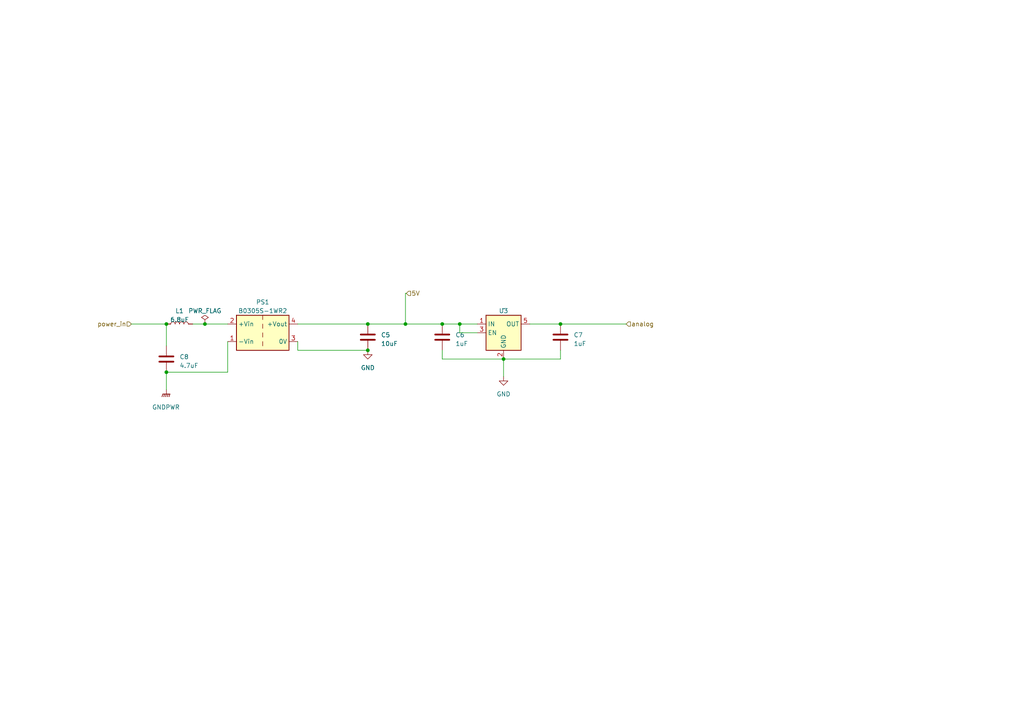
<source format=kicad_sch>
(kicad_sch (version 20230121) (generator eeschema)
  (paper "A4")
  (lib_symbols
    (symbol "0_lph:B0305S-1WR2"
      (property "Reference" "PS1" (at 0 9.3218 0))
      (property "Value" "B0305S-1WR2" (at 0 7.0104 0))
      (symbol "B0305S-1WR2_0_0"
        (pin power_in line (at -10.16 -2.54 0) (length 2.54) (name "-Vin") (number "1"))
        (pin power_in line (at -10.16 2.54 0) (length 2.54) (name "+Vin") (number "2"))
        (pin power_out line (at 10.16 -2.54 180) (length 2.54) (name "0V") (number "3"))
        (pin power_out line (at 10.16 2.54 180) (length 2.54) (name "+Vout") (number "4"))
      )
      (symbol "B0305S-1WR2_0_1"
        (rectangle (start -7.62 5.08) (end 7.62 -5.08) (stroke (width 0.254)) (fill (type background)))
        (polyline (pts (xy 0 -2.54) (xy 0 -3.81)))
        (polyline (pts (xy 0 0) (xy 0 -1.27)))
        (polyline (pts (xy 0 2.54) (xy 0 1.27)))
        (polyline (pts (xy 0 5.08) (xy 0 3.81)))
      )
    )
    (symbol "0_lph:LP5907MFX-3.3"
      (property "Reference" "U2" (at 0 9.3218 0))
      (property "Value" "~" (at 0 7.0104 0))
      (symbol "LP5907MFX-3.3_0_1"
        (rectangle (start -5.08 -5.08) (end 5.08 5.08) (stroke (width 0.254)) (fill (type background)))
        (pin power_in line (at -7.62 2.54 0) (length 2.54) (name "IN") (number "1"))
        (pin power_in line (at 0 -7.62 90) (length 2.54) (name "GND") (number "2"))
        (pin input line (at -7.62 0 0) (length 2.54) (name "EN") (number "3"))
        (pin no_connect line (at 5.08 0 180) (length 2.54) hide (name "NC") (number "4"))
        (pin power_out line (at 7.62 2.54 180) (length 2.54) (name "OUT") (number "5"))
      )
    )
    (symbol "Device:C" (pin_numbers hide) (pin_names (offset 0.254))
      (property "Reference" "C" (at 0.635 2.54 0))
      (property "Value" "C" (at 0.635 -2.54 0))
      (symbol "C_0_1"
        (polyline (pts (xy -2.032 -0.762) (xy 2.032 -0.762)) (stroke (width 0.508)))
        (polyline (pts (xy -2.032 0.762) (xy 2.032 0.762)) (stroke (width 0.508)))
      )
      (symbol "C_1_1"
        (pin passive line (at 0 3.81 270) (length 2.794) (name "~") (number "1"))
        (pin passive line (at 0 -3.81 90) (length 2.794) (name "~") (number "2"))
      )
    )
    (symbol "Device:L" (pin_numbers hide) (pin_names (offset 1.016) hide)
      (property "Reference" "L" (at -1.27 0 90))
      (property "Value" "L" (at 1.905 0 90))
      (symbol "L_0_1"
        (arc (start 0 -2.54) (mid 0.6323 -1.905) (end 0 -1.27))
        (arc (start 0 -1.27) (mid 0.6323 -0.635) (end 0 0))
        (arc (start 0 0) (mid 0.6323 0.635) (end 0 1.27))
        (arc (start 0 1.27) (mid 0.6323 1.905) (end 0 2.54))
      )
      (symbol "L_1_1"
        (pin passive line (at 0 3.81 270) (length 1.27) (name "1") (number "1"))
        (pin passive line (at 0 -3.81 90) (length 1.27) (name "2") (number "2"))
      )
    )
    (symbol "power:GND" (power) (pin_names (offset 0))
      (property "Value" "GND" (at 0 -3.81 0))
      (symbol "GND_0_1"
        (polyline (pts (xy 0 0) (xy 0 -1.27) (xy 1.27 -1.27) (xy 0 -2.54) (xy -1.27 -1.27) (xy 0 -1.27)))
      )
      (symbol "GND_1_1"
        (pin power_in line (at 0 0 270) (length 0) hide (name "GND") (number "1"))
      )
    )
    (symbol "power:GNDPWR" (power) (pin_names (offset 0))
      (property "Value" "GNDPWR" (at 0 -3.302 0))
      (symbol "GNDPWR_0_1"
        (polyline (pts (xy 0 -1.27) (xy 0 0)))
        (polyline (pts (xy -1.016 -1.27) (xy -1.27 -2.032) (xy -1.27 -2.032)) (stroke (width 0.2032)))
        (polyline (pts (xy -0.508 -1.27) (xy -0.762 -2.032) (xy -0.762 -2.032)) (stroke (width 0.2032)))
        (polyline (pts (xy 0 -1.27) (xy -0.254 -2.032) (xy -0.254 -2.032)) (stroke (width 0.2032)))
        (polyline (pts (xy 0.508 -1.27) (xy 0.254 -2.032) (xy 0.254 -2.032)) (stroke (width 0.2032)))
        (polyline (pts (xy 1.016 -1.27) (xy -1.016 -1.27) (xy -1.016 -1.27)) (stroke (width 0.2032)))
        (polyline (pts (xy 1.016 -1.27) (xy 0.762 -2.032) (xy 0.762 -2.032) (xy 0.762 -2.032)) (stroke (width 0.2032)))
      )
      (symbol "GNDPWR_1_1"
        (pin power_in line (at 0 0 270) (length 0) hide (name "GNDPWR") (number "1"))
      )
    )
    (symbol "power:PWR_FLAG" (power) (pin_numbers hide) (pin_names (offset 0) hide)
      (property "Value" "PWR_FLAG" (at 0 3.81 0))
      (symbol "PWR_FLAG_0_0"
        (pin power_out line (at 0 0 90) (length 0) (name "pwr") (number "1"))
      )
      (symbol "PWR_FLAG_0_1"
        (polyline (pts (xy 0 0) (xy 0 1.27) (xy -1.016 1.905) (xy 0 2.54) (xy 1.016 1.905) (xy 0 1.27)))
      )
    )
  )
  (junction (at 117.602 93.98))
  (junction (at 59.436 93.98))
  (junction (at 106.68 101.6))
  (junction (at 106.68 93.98))
  (junction (at 133.35 93.98))
  (junction (at 48.26 93.98))
  (junction (at 146.05 104.14))
  (junction (at 128.27 93.98))
  (junction (at 48.26 107.95))
  (junction (at 162.56 93.98))
  (wire (pts (xy 117.602 93.98) (xy 128.27 93.98)))
  (wire (pts (xy 48.26 93.98) (xy 48.26 100.33)))
  (wire (pts (xy 117.602 85.09) (xy 117.856 85.09)))
  (wire (pts (xy 128.27 104.14) (xy 146.05 104.14)))
  (wire (pts (xy 162.56 93.98) (xy 181.61 93.98)))
  (wire (pts (xy 133.35 93.98) (xy 138.43 93.98)))
  (wire (pts (xy 48.26 107.95) (xy 48.26 113.03)))
  (wire (pts (xy 128.27 101.6) (xy 128.27 104.14)))
  (wire (pts (xy 38.1 93.98) (xy 48.26 93.98)))
  (wire (pts (xy 86.36 99.06) (xy 86.36 101.6)))
  (wire (pts (xy 48.26 107.95) (xy 66.04 107.95)))
  (wire (pts (xy 106.68 93.98) (xy 117.602 93.98)))
  (wire (pts (xy 133.35 96.52) (xy 138.43 96.52)))
  (wire (pts (xy 153.67 93.98) (xy 162.56 93.98)))
  (wire (pts (xy 86.36 93.98) (xy 106.68 93.98)))
  (wire (pts (xy 128.27 93.98) (xy 133.35 93.98)))
  (wire (pts (xy 146.05 104.14) (xy 146.05 109.22)))
  (wire (pts (xy 66.04 99.06) (xy 66.04 107.95)))
  (wire (pts (xy 55.88 93.98) (xy 59.436 93.98)))
  (wire (pts (xy 162.56 101.6) (xy 162.56 104.14)))
  (wire (pts (xy 59.436 93.98) (xy 66.04 93.98)))
  (wire (pts (xy 117.602 93.98) (xy 117.602 85.09)))
  (wire (pts (xy 146.05 104.14) (xy 162.56 104.14)))
  (wire (pts (xy 86.36 101.6) (xy 106.68 101.6)))
  (wire (pts (xy 133.35 93.98) (xy 133.35 96.52)))
  (hierarchical_label "analog" (shape input) (at 181.61 93.98 0))
  (hierarchical_label "5V" (shape input) (at 117.856 85.09 0))
  (hierarchical_label "power_in" (shape input) (at 38.1 93.98 180))
  (symbol (lib_id "0_lph:LP5907MFX-3.3") (at 146.05 96.52 0) (unit 1)
    (property "Reference" "U3" (at 146.05 90.17 0))
    (property "Value" "~" (at 146.05 89.5096 0))
    (property "Footprint" "Package_TO_SOT_SMD:SOT-23-5" (effects hide))
    (property "Datasheet" "http://www.ti.com/lit/ds/symlink/lp5907.pdf" (effects hide))
    (property "LCSC" "C80670" (effects hide))
    (property "MPN" "LP5907MFX-3.3/NOPB" (effects hide))
  )
  (symbol (lib_id "Device:L") (at 52.07 93.98 90) (unit 1)
    (property "Reference" "L1" (at 52.07 90.17 90))
    (property "Value" "6.8uF" (at 52.07 92.71 90))
    (property "Footprint" "Inductor_SMD:L_1210_3225Metric_Pad1.42x2.65mm_HandSolder" (effects hide))
    (property "LCSC" "C87559" (effects hide))
  )
  (symbol (lib_id "power:GND") (at 106.68 101.6 0) (unit 1)
    (property "Reference" "#PWR017" (effects hide))
    (property "Value" "GND" (at 106.68 106.68 0))
  )
  (symbol (lib_id "0_lph:B0305S-1WR2") (at 76.2 96.52 0) (unit 1)
    (property "Reference" "PS1" (at 76.2 87.63 0))
    (property "Value" "B0305S-1WR2" (at 76.2 90.17 0))
    (property "Footprint" "Converter_DCDC:Converter_DCDC_Murata_CRE1xxxxxx3C_THT" (effects hide))
    (property "LCSC" "C80854" (effects hide))
    (property "MPN" "B0305S-1WR2" (effects hide))
  )
  (symbol (lib_id "Device:C") (at 162.56 97.79 0) (unit 1)
    (property "Reference" "C7" (at 166.37 97.155 0) (effects (justify left)))
    (property "Value" "1uF" (at 166.37 99.695 0) (effects (justify left)))
    (property "Footprint" "Capacitor_SMD:C_0603_1608Metric_Pad1.08x0.95mm_HandSolder" (effects hide))
    (property "LCSC" "C15849" (effects hide))
  )
  (symbol (lib_id "power:GNDPWR") (at 48.26 113.03 0) (unit 1)
    (property "Reference" "#PWR019" (effects hide))
    (property "Value" "GNDPWR" (at 48.133 118.11 0))
  )
  (symbol (lib_id "Device:C") (at 128.27 97.79 0) (unit 1)
    (property "Reference" "C6" (at 132.08 97.155 0) (effects (justify left)))
    (property "Value" "1uF" (at 132.08 99.695 0) (effects (justify left)))
    (property "Footprint" "Capacitor_SMD:C_0603_1608Metric_Pad1.08x0.95mm_HandSolder" (effects hide))
    (property "LCSC" "C15849" (effects hide))
  )
  (symbol (lib_id "power:PWR_FLAG") (at 59.436 93.98 0) (unit 1)
    (property "Reference" "#FLG02" (effects hide))
    (property "Value" "PWR_FLAG" (at 59.436 90.17 0))
  )
  (symbol (lib_id "power:GND") (at 146.05 109.22 0) (unit 1)
    (property "Reference" "#PWR018" (effects hide))
    (property "Value" "GND" (at 146.05 114.3 0))
  )
  (symbol (lib_id "Device:C") (at 48.26 104.14 0) (unit 1)
    (property "Reference" "C8" (at 52.07 103.505 0) (effects (justify left)))
    (property "Value" "4.7uF" (at 52.07 106.045 0) (effects (justify left)))
    (property "Footprint" "Capacitor_SMD:C_1206_3216Metric_Pad1.33x1.80mm_HandSolder" (effects hide))
    (property "LCSC" "C29823" (effects hide))
  )
  (symbol (lib_id "Device:C") (at 106.68 97.79 0) (unit 1)
    (property "Reference" "C5" (at 110.49 97.155 0) (effects (justify left)))
    (property "Value" "10uF" (at 110.49 99.695 0) (effects (justify left)))
    (property "Footprint" "Capacitor_SMD:C_1206_3216Metric_Pad1.33x1.80mm_HandSolder" (effects hide))
    (property "LCSC" "C13585" (effects hide))
  )
)
</source>
